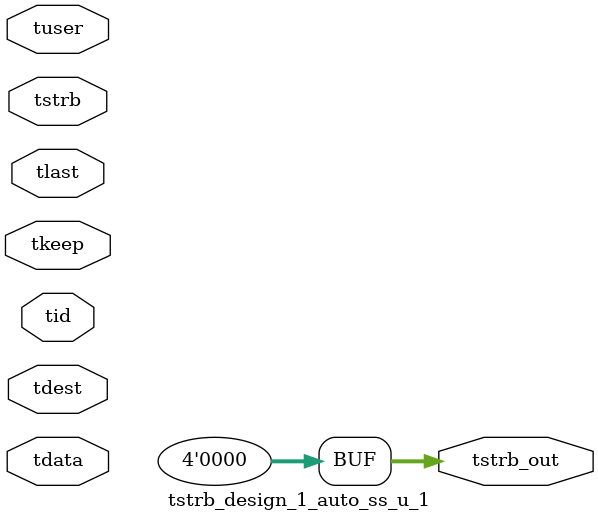
<source format=v>


`timescale 1ps/1ps

module tstrb_design_1_auto_ss_u_1 #
(
parameter C_S_AXIS_TDATA_WIDTH = 32,
parameter C_S_AXIS_TUSER_WIDTH = 0,
parameter C_S_AXIS_TID_WIDTH   = 0,
parameter C_S_AXIS_TDEST_WIDTH = 0,
parameter C_M_AXIS_TDATA_WIDTH = 32
)
(
input  [(C_S_AXIS_TDATA_WIDTH == 0 ? 1 : C_S_AXIS_TDATA_WIDTH)-1:0     ] tdata,
input  [(C_S_AXIS_TUSER_WIDTH == 0 ? 1 : C_S_AXIS_TUSER_WIDTH)-1:0     ] tuser,
input  [(C_S_AXIS_TID_WIDTH   == 0 ? 1 : C_S_AXIS_TID_WIDTH)-1:0       ] tid,
input  [(C_S_AXIS_TDEST_WIDTH == 0 ? 1 : C_S_AXIS_TDEST_WIDTH)-1:0     ] tdest,
input  [(C_S_AXIS_TDATA_WIDTH/8)-1:0 ] tkeep,
input  [(C_S_AXIS_TDATA_WIDTH/8)-1:0 ] tstrb,
input                                                                    tlast,
output [(C_M_AXIS_TDATA_WIDTH/8)-1:0 ] tstrb_out
);

assign tstrb_out = {1'b0};

endmodule


</source>
